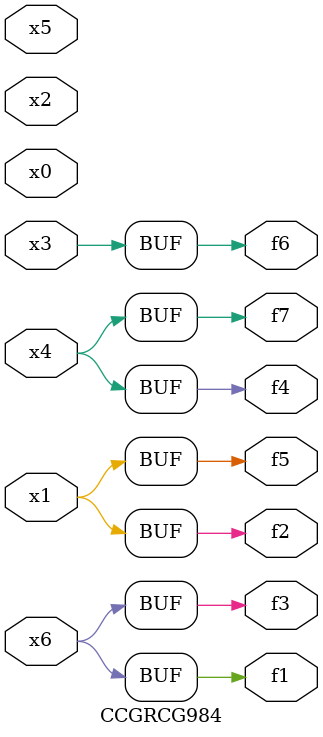
<source format=v>
module CCGRCG984(
	input x0, x1, x2, x3, x4, x5, x6,
	output f1, f2, f3, f4, f5, f6, f7
);
	assign f1 = x6;
	assign f2 = x1;
	assign f3 = x6;
	assign f4 = x4;
	assign f5 = x1;
	assign f6 = x3;
	assign f7 = x4;
endmodule

</source>
